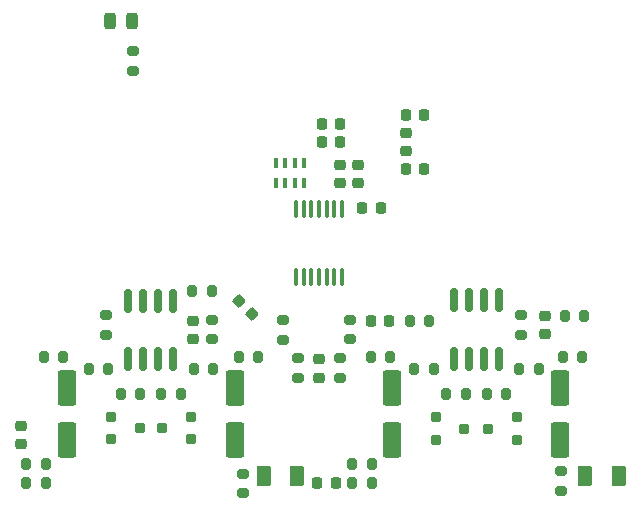
<source format=gbr>
%TF.GenerationSoftware,KiCad,Pcbnew,9.0.0*%
%TF.CreationDate,2025-08-24T23:27:19+02:00*%
%TF.ProjectId,HyperNet-2-ADC,48797065-724e-4657-942d-322d4144432e,2*%
%TF.SameCoordinates,Original*%
%TF.FileFunction,Paste,Top*%
%TF.FilePolarity,Positive*%
%FSLAX46Y46*%
G04 Gerber Fmt 4.6, Leading zero omitted, Abs format (unit mm)*
G04 Created by KiCad (PCBNEW 9.0.0) date 2025-08-24 23:27:19*
%MOMM*%
%LPD*%
G01*
G04 APERTURE LIST*
G04 Aperture macros list*
%AMRoundRect*
0 Rectangle with rounded corners*
0 $1 Rounding radius*
0 $2 $3 $4 $5 $6 $7 $8 $9 X,Y pos of 4 corners*
0 Add a 4 corners polygon primitive as box body*
4,1,4,$2,$3,$4,$5,$6,$7,$8,$9,$2,$3,0*
0 Add four circle primitives for the rounded corners*
1,1,$1+$1,$2,$3*
1,1,$1+$1,$4,$5*
1,1,$1+$1,$6,$7*
1,1,$1+$1,$8,$9*
0 Add four rect primitives between the rounded corners*
20,1,$1+$1,$2,$3,$4,$5,0*
20,1,$1+$1,$4,$5,$6,$7,0*
20,1,$1+$1,$6,$7,$8,$9,0*
20,1,$1+$1,$8,$9,$2,$3,0*%
G04 Aperture macros list end*
%ADD10RoundRect,0.200000X-0.200000X-0.275000X0.200000X-0.275000X0.200000X0.275000X-0.200000X0.275000X0*%
%ADD11RoundRect,0.250000X0.375000X0.625000X-0.375000X0.625000X-0.375000X-0.625000X0.375000X-0.625000X0*%
%ADD12RoundRect,0.225000X0.225000X0.250000X-0.225000X0.250000X-0.225000X-0.250000X0.225000X-0.250000X0*%
%ADD13RoundRect,0.200000X-0.250000X-0.200000X0.250000X-0.200000X0.250000X0.200000X-0.250000X0.200000X0*%
%ADD14RoundRect,0.200000X0.250000X0.200000X-0.250000X0.200000X-0.250000X-0.200000X0.250000X-0.200000X0*%
%ADD15RoundRect,0.250000X0.550000X-1.250000X0.550000X1.250000X-0.550000X1.250000X-0.550000X-1.250000X0*%
%ADD16RoundRect,0.200000X0.200000X0.275000X-0.200000X0.275000X-0.200000X-0.275000X0.200000X-0.275000X0*%
%ADD17RoundRect,0.150000X0.150000X-0.825000X0.150000X0.825000X-0.150000X0.825000X-0.150000X-0.825000X0*%
%ADD18RoundRect,0.200000X0.275000X-0.200000X0.275000X0.200000X-0.275000X0.200000X-0.275000X-0.200000X0*%
%ADD19RoundRect,0.218750X-0.256250X0.218750X-0.256250X-0.218750X0.256250X-0.218750X0.256250X0.218750X0*%
%ADD20RoundRect,0.100000X0.100000X-0.350000X0.100000X0.350000X-0.100000X0.350000X-0.100000X-0.350000X0*%
%ADD21RoundRect,0.243750X0.243750X0.456250X-0.243750X0.456250X-0.243750X-0.456250X0.243750X-0.456250X0*%
%ADD22RoundRect,0.225000X0.250000X-0.225000X0.250000X0.225000X-0.250000X0.225000X-0.250000X-0.225000X0*%
%ADD23RoundRect,0.225000X-0.250000X0.225000X-0.250000X-0.225000X0.250000X-0.225000X0.250000X0.225000X0*%
%ADD24RoundRect,0.200000X-0.275000X0.200000X-0.275000X-0.200000X0.275000X-0.200000X0.275000X0.200000X0*%
%ADD25RoundRect,0.225000X-0.225000X-0.250000X0.225000X-0.250000X0.225000X0.250000X-0.225000X0.250000X0*%
%ADD26RoundRect,0.100000X-0.100000X0.637500X-0.100000X-0.637500X0.100000X-0.637500X0.100000X0.637500X0*%
%ADD27RoundRect,0.225000X-0.335876X-0.017678X-0.017678X-0.335876X0.335876X0.017678X0.017678X0.335876X0*%
G04 APERTURE END LIST*
D10*
%TO.C,R21*%
X122175000Y-110600000D03*
X123825000Y-110600000D03*
%TD*%
D11*
%TO.C,LED1*%
X145100000Y-111600000D03*
X142300000Y-111600000D03*
%TD*%
D12*
%TO.C,C13*%
X148350000Y-112200000D03*
X146800000Y-112200000D03*
%TD*%
D13*
%TO.C,D4*%
X129356000Y-106557999D03*
X129356000Y-108457999D03*
X131756000Y-107507999D03*
%TD*%
D14*
%TO.C,D3*%
X136074000Y-108457999D03*
X136074000Y-106557999D03*
X133674000Y-107507999D03*
%TD*%
D15*
%TO.C,C17*%
X167386000Y-108499000D03*
X167386000Y-104099000D03*
%TD*%
D13*
%TO.C,D2*%
X156858000Y-106619000D03*
X156858000Y-108519000D03*
X159258000Y-107569000D03*
%TD*%
D14*
%TO.C,D1*%
X163690000Y-108519000D03*
X163690000Y-106619000D03*
X161290000Y-107569000D03*
%TD*%
D10*
%TO.C,R18*%
X157735001Y-104648000D03*
X159385001Y-104648000D03*
%TD*%
D16*
%TO.C,R17*%
X162812999Y-104648000D03*
X161162999Y-104648000D03*
%TD*%
D17*
%TO.C,U2*%
X158369000Y-101662000D03*
X159639000Y-101662000D03*
X160909000Y-101662000D03*
X162179000Y-101662000D03*
X162179000Y-96712000D03*
X160909000Y-96712000D03*
X159639000Y-96712000D03*
X158369000Y-96712000D03*
%TD*%
D18*
%TO.C,R14*%
X164084000Y-99631000D03*
X164084000Y-97981000D03*
%TD*%
D19*
%TO.C,L3*%
X154330400Y-82524500D03*
X154330400Y-84099500D03*
%TD*%
D15*
%TO.C,C15*%
X139827000Y-108499000D03*
X139827000Y-104099000D03*
%TD*%
D20*
%TO.C,RN6*%
X143269000Y-86741000D03*
X144069000Y-86741000D03*
X144869000Y-86741000D03*
X145669000Y-86741000D03*
X145669000Y-85041000D03*
X144869000Y-85041000D03*
X144069000Y-85041000D03*
X143269000Y-85041000D03*
%TD*%
D21*
%TO.C,LED2*%
X131112500Y-73025000D03*
X129237500Y-73025000D03*
%TD*%
D18*
%TO.C,R6*%
X148717000Y-103251001D03*
X148717000Y-101601001D03*
%TD*%
%TO.C,R23*%
X140500000Y-113025000D03*
X140500000Y-111375000D03*
%TD*%
D10*
%TO.C,R27*%
X163894000Y-102489000D03*
X165544000Y-102489000D03*
%TD*%
D15*
%TO.C,C14*%
X125603000Y-108499000D03*
X125603000Y-104099000D03*
%TD*%
D22*
%TO.C,C6*%
X136271000Y-99962000D03*
X136271000Y-98412000D03*
%TD*%
D10*
%TO.C,R12*%
X167766999Y-98044000D03*
X169416999Y-98044000D03*
%TD*%
D22*
%TO.C,C11*%
X121700000Y-108850000D03*
X121700000Y-107300000D03*
%TD*%
D23*
%TO.C,C12*%
X146939000Y-101701000D03*
X146939000Y-103251000D03*
%TD*%
D10*
%TO.C,R28*%
X136335000Y-102489000D03*
X137985000Y-102489000D03*
%TD*%
D16*
%TO.C,R1*%
X135253999Y-104648000D03*
X133603999Y-104648000D03*
%TD*%
D23*
%TO.C,C37*%
X150241000Y-85204000D03*
X150241000Y-86754000D03*
%TD*%
D16*
%TO.C,R26*%
X156654000Y-102489000D03*
X155004000Y-102489000D03*
%TD*%
D12*
%TO.C,C4*%
X152908000Y-98448000D03*
X151358000Y-98448000D03*
%TD*%
D23*
%TO.C,C39*%
X148717000Y-85204000D03*
X148717000Y-86754000D03*
%TD*%
D24*
%TO.C,R7*%
X137922000Y-98362000D03*
X137922000Y-100012000D03*
%TD*%
D10*
%TO.C,R2*%
X130174999Y-104648000D03*
X131824999Y-104648000D03*
%TD*%
D16*
%TO.C,R29*%
X129095000Y-102489000D03*
X127445000Y-102489000D03*
%TD*%
D25*
%TO.C,C10*%
X154317400Y-85547200D03*
X155867400Y-85547200D03*
%TD*%
D10*
%TO.C,R15*%
X167577000Y-101473000D03*
X169227000Y-101473000D03*
%TD*%
%TO.C,R4*%
X140145000Y-101473000D03*
X141795000Y-101473000D03*
%TD*%
D24*
%TO.C,R5*%
X145161000Y-101601001D03*
X145161000Y-103251001D03*
%TD*%
D12*
%TO.C,C38*%
X148704600Y-81788000D03*
X147154600Y-81788000D03*
%TD*%
D18*
%TO.C,R9*%
X128905000Y-99631000D03*
X128905000Y-97981000D03*
%TD*%
D12*
%TO.C,C40*%
X148704600Y-83312000D03*
X147154600Y-83312000D03*
%TD*%
D18*
%TO.C,R10*%
X143876000Y-100035000D03*
X143876000Y-98385000D03*
%TD*%
D17*
%TO.C,U1*%
X130810000Y-101685000D03*
X132080000Y-101685000D03*
X133350000Y-101685000D03*
X134620000Y-101685000D03*
X134620000Y-96735000D03*
X133350000Y-96735000D03*
X132080000Y-96735000D03*
X130810000Y-96735000D03*
%TD*%
D25*
%TO.C,C9*%
X154304400Y-81051400D03*
X155854400Y-81051400D03*
%TD*%
D18*
%TO.C,R25*%
X167400000Y-112825000D03*
X167400000Y-111175000D03*
%TD*%
D12*
%TO.C,C48*%
X152159000Y-88900000D03*
X150609000Y-88900000D03*
%TD*%
D18*
%TO.C,R11*%
X149606000Y-100012000D03*
X149606000Y-98362000D03*
%TD*%
D10*
%TO.C,R24*%
X149775000Y-110600000D03*
X151425000Y-110600000D03*
%TD*%
D26*
%TO.C,U5*%
X148889000Y-88958500D03*
X148239000Y-88958500D03*
X147589000Y-88958500D03*
X146939000Y-88958500D03*
X146289000Y-88958500D03*
X145639000Y-88958500D03*
X144989000Y-88958500D03*
X144989000Y-94683500D03*
X145639000Y-94683500D03*
X146289000Y-94683500D03*
X146939000Y-94683500D03*
X147589000Y-94683500D03*
X148239000Y-94683500D03*
X148889000Y-94683500D03*
%TD*%
D15*
%TO.C,C16*%
X153162000Y-108499000D03*
X153162000Y-104099000D03*
%TD*%
D24*
%TO.C,R19*%
X131191000Y-75629000D03*
X131191000Y-77279000D03*
%TD*%
D10*
%TO.C,R22*%
X149775000Y-112200000D03*
X151425000Y-112200000D03*
%TD*%
D16*
%TO.C,R3*%
X125285000Y-101473000D03*
X123635000Y-101473000D03*
%TD*%
D22*
%TO.C,C5*%
X166116000Y-99568000D03*
X166116000Y-98018000D03*
%TD*%
D27*
%TO.C,C3*%
X140167992Y-96733992D03*
X141264008Y-97830008D03*
%TD*%
D16*
%TO.C,R16*%
X152971000Y-101473000D03*
X151321000Y-101473000D03*
%TD*%
D10*
%TO.C,R8*%
X136208000Y-95885000D03*
X137858000Y-95885000D03*
%TD*%
%TO.C,R20*%
X122175000Y-112205000D03*
X123825000Y-112205000D03*
%TD*%
D11*
%TO.C,LED3*%
X172300000Y-111600000D03*
X169500000Y-111600000D03*
%TD*%
D16*
%TO.C,R13*%
X156273000Y-98448000D03*
X154623000Y-98448000D03*
%TD*%
M02*

</source>
